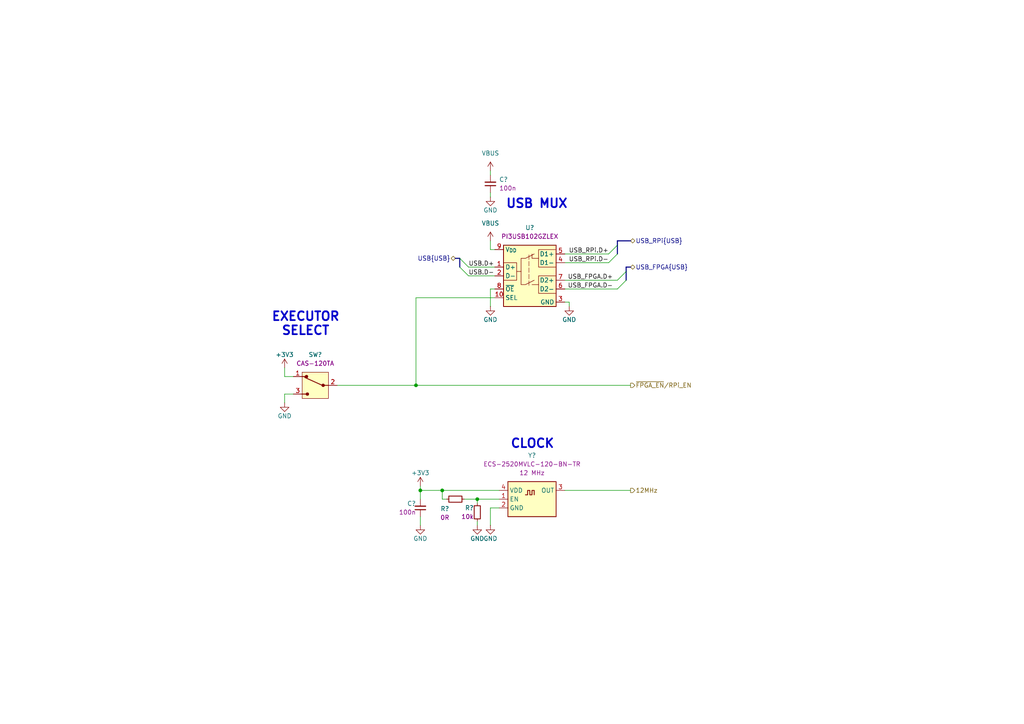
<source format=kicad_sch>
(kicad_sch (version 20231120) (generator "eeschema") (generator_version "8.0")
  (paper "A4")
  (title_block (title "LED Panel Board") (date "28.01.2025") (rev "1.0.0"))
  (lib_symbols
    (symbol "antmicroCapacitors0402:C_100n_0402" (pin_numbers hide) (pin_names hide)
      (property "Reference" "C" (at 20.32 -5.08 0))
      (property "Val" "100n" (at 20.32 -7.62 0))
      (symbol "C_100n_0402_0_1"
        (polyline (pts (xy 2.032 -1.524) (xy 2.032 1.524)) (stroke (width 0.3048)))
        (polyline (pts (xy 3.048 -1.524) (xy 3.048 1.524)) (stroke (width 0.3302)))
      )
      (symbol "C_100n_0402_1_1"
        (pin passive line (at 0 0 0) (length 2.032) (name "~") (number "1"))
        (pin passive line (at 5.08 0 180) (length 2.032) (name "~") (number "2"))
      )
    )
    (symbol "antmicroInterfaceAnalogSwitchesSpecialPurpose:PI3USB102GZLEX"
      (property "Reference" "U" (at 35.56 -5.08 0))
      (property "MPN" "PI3USB102GZLEX" (at 35.56 -15.24 0))
      (symbol "PI3USB102GZLEX_0_1"
        (polyline (pts (xy 12.7 -10.16) (xy 10.795 -10.16)))
        (polyline (pts (xy 12.7 -2.54) (xy 10.795 -2.54) (xy 10.795 -1.27)))
        (polyline (pts (xy 2.54 -3.81) (xy 6.35 -3.81) (xy 6.35 -8.89) (xy 2.54 -8.89)))
        (polyline (pts (xy 7.62 -6.35) (xy 7.62 -10.16) (xy 8.89 -10.16) (xy 11.43 -8.89)))
        (polyline (pts (xy 17.78 -7.62) (xy 12.7 -7.62) (xy 12.7 -12.7) (xy 17.78 -12.7)))
        (polyline (pts (xy 17.78 0) (xy 12.7 0) (xy 12.7 -5.08) (xy 17.78 -5.08)))
        (polyline (pts (xy 6.35 -6.35) (xy 7.62 -6.35) (xy 7.62 -2.54) (xy 8.89 -2.54) (xy 11.43 -1.27)))
      )
      (symbol "PI3USB102GZLEX_1_1"
        (polyline (pts (xy 9.906 -1.524) (xy 9.906 -10.414)) (stroke (width 0.125) (type dash)))
        (rectangle (start 2.54 1.27) (end 17.78 -16.51) (stroke (width 0.254)) (fill (type background)))
        (pin bidirectional line (at 0 -5.08 0) (length 2.54) (name "D+") (number "1"))
        (pin input line (at 0 -13.97 0) (length 2.54) (name "SEL") (number "10"))
        (pin bidirectional line (at 0 -7.62 0) (length 2.54) (name "D-") (number "2"))
        (pin power_in line (at 20.32 -15.24 180) (length 2.54) (name "GND") (number "3"))
        (pin bidirectional line (at 20.32 -3.81 180) (length 2.54) (name "D1-") (number "4"))
        (pin bidirectional line (at 20.32 -1.27 180) (length 2.54) (name "D1+") (number "5"))
        (pin bidirectional line (at 20.32 -11.43 180) (length 2.54) (name "D2-") (number "6"))
        (pin bidirectional line (at 20.32 -8.89 180) (length 2.54) (name "D2+") (number "7"))
        (pin input line (at 0 -11.43 0) (length 2.54) (name "~{OE}") (number "8"))
        (pin power_in line (at 0 0 0) (length 2.54) (name "V_{DD}") (number "9"))
      )
    )
    (symbol "antmicroOscillators:Oscillator_12MHz_ESC_2520MV"
      (property "Reference" "Y" (at 26.035 -2.54 0))
      (property "MPN" "ECS-2520MVLC-120-BN-TR" (at 26.035 -5.08 0))
      (property "Val" "12 MHz" (at 26.035 -10.16 0))
      (symbol "Oscillator_12MHz_ESC_2520MV_1_1"
        (polyline (pts (xy 7.62 -1.27) (xy 8.255 -1.27) (xy 8.255 0) (xy 8.89 0) (xy 8.89 -1.27) (xy 9.525 -1.27) (xy 9.525 0) (xy 10.16 0) (xy 10.16 -1.27)) (stroke (width 0.254)) (fill (type background)))
        (rectangle (start 2.54 2.54) (end 16.51 -7.62) (stroke (width 0.254)) (fill (type background)))
        (pin input line (at 0 -2.54 0) (length 2.54) (name "EN") (number "1"))
        (pin power_in line (at 0 -5.08 0) (length 2.54) (name "GND") (number "2"))
        (pin output line (at 19.05 0 180) (length 2.54) (name "OUT") (number "3"))
        (pin power_in line (at 0 0 0) (length 2.54) (name "VDD") (number "4"))
      )
    )
    (symbol "antmicroResistors0402:R_0R_0402" (pin_numbers hide) (pin_names hide)
      (property "Reference" "R" (at 20.32 -5.08 0))
      (property "Val" "0R" (at 20.32 -7.62 0))
      (symbol "R_0R_0402_0_1"
        (rectangle (start 0.635 0.889) (end 4.445 -0.889) (stroke (width 0.254)))
      )
      (symbol "R_0R_0402_1_1"
        (pin passive line (at 0 0 0) (length 0.635) (name "~") (number "1"))
        (pin passive line (at 5.08 0 180) (length 0.635) (name "~") (number "2"))
      )
    )
    (symbol "antmicroResistors0402:R_10k_0402" (pin_numbers hide) (pin_names hide)
      (property "Reference" "R" (at 20.32 -5.08 0))
      (property "Val" "10k" (at 20.32 -7.62 0))
      (symbol "R_10k_0402_0_1"
        (rectangle (start 0.635 0.889) (end 4.445 -0.889) (stroke (width 0.254)))
      )
      (symbol "R_10k_0402_1_1"
        (pin passive line (at 0 0 0) (length 0.635) (name "~") (number "1"))
        (pin passive line (at 5.08 0 180) (length 0.635) (name "~") (number "2"))
      )
    )
    (symbol "antmicroSlideSwitches:CAS-120TA" (pin_names hide)
      (property "Reference" "SW" (at 25.4 -2.54 0))
      (property "Value" "CAS-120TA" (at 25.4 -5.08 0))
      (symbol "CAS-120TA_1_1"
        (polyline (pts (xy 3.81 0) (xy 2.54 0)) (stroke (width 0.254)))
        (polyline (pts (xy 4.318 0) (xy 9.398 2.286)) (stroke (width 0.254)) (fill (type background)))
        (polyline (pts (xy 10.16 -2.54) (xy 8.89 -2.54)) (stroke (width 0.254)))
        (polyline (pts (xy 10.16 2.54) (xy 8.89 2.54)) (stroke (width 0.254)))
        (rectangle (start 2.54 3.81) (end 10.16 -3.81) (fill (type background)))
        (circle (center 4.064 0) (radius 0.3556) (stroke (width 0.254)) (fill (type outline)))
        (circle (center 8.636 -2.54) (radius 0.3556) (stroke (width 0.254)) (fill (type outline)))
        (circle (center 8.89 2.54) (radius 0.3556) (stroke (width 0.254)) (fill (type outline)))
        (pin passive line (at 12.7 2.54 180) (length 2.54) (name "~") (number "1"))
        (pin passive line (at 0 0 0) (length 2.54) (name "~") (number "2"))
        (pin passive line (at 12.7 -2.54 180) (length 2.54) (name "~") (number "3"))
      )
    )
    (symbol "antmicropower:+3V3" (power) (pin_numbers hide) (pin_names hide)
      (property "Value" "+3V3" (at -3.175 2.54 0))
      (symbol "+3V3_0_1"
        (polyline (pts (xy 0 0) (xy 0 2.54)))
        (polyline (pts (xy 0 2.54) (xy -0.762 1.27)))
        (polyline (pts (xy 0 2.54) (xy 0.762 1.27)))
      )
      (symbol "+3V3_1_1"
        (pin power_in line (at 0 0 90) (length 0) hide (name "+3V3") (number "1"))
      )
    )
    (symbol "antmicropower:GND" (power) (pin_numbers hide) (pin_names hide)
      (property "Value" "GND" (at 8.89 -5.08 0))
      (symbol "GND_1_1"
        (polyline (pts (xy 0 0) (xy 0 -1.27) (xy 1.27 -1.27) (xy 0 -2.54) (xy -1.27 -1.27) (xy 0 -1.27)))
        (pin power_in line (at 0 0 270) (length 0) (name "GND") (number "1"))
      )
    )
    (symbol "antmicropower:VBUS" (power) (pin_names (offset 0))
      (property "Value" "VBUS" (at 0 3.81 0))
      (symbol "VBUS_0_1"
        (polyline (pts (xy -0.762 1.27) (xy 0 2.54)))
        (polyline (pts (xy 0 0) (xy 0 2.54)))
        (polyline (pts (xy 0 2.54) (xy 0.762 1.27)))
      )
      (symbol "VBUS_1_1"
        (pin power_in line (at 0 0 90) (length 0) hide (name "VBUS") (number "1"))
      )
    )
  )
  (junction (at 128.27 142.24))
  (junction (at 138.43 144.78))
  (junction (at 120.65 111.76))
  (junction (at 121.92 142.24))
  (bus_entry (at 179.07 71.12) (size -2.54 2.54))
  (bus_entry (at 179.07 73.66) (size -2.54 2.54))
  (bus_entry (at 133.35 74.93) (size 2.54 2.54))
  (bus_entry (at 133.35 77.47) (size 2.54 2.54))
  (bus_entry (at 181.61 78.74) (size -2.54 2.54))
  (bus_entry (at 181.61 81.28) (size -2.54 2.54))
  (bus (pts (xy 179.07 69.85) (xy 179.07 71.12)))
  (bus (pts (xy 181.61 81.28) (xy 181.61 78.74)))
  (wire (pts (xy 163.83 142.24) (xy 182.88 142.24)))
  (wire (pts (xy 82.55 114.3) (xy 82.55 116.84)))
  (wire (pts (xy 142.24 69.85) (xy 142.24 72.39)))
  (wire (pts (xy 163.83 87.63) (xy 165.1 87.63)))
  (wire (pts (xy 135.89 80.01) (xy 143.51 80.01)))
  (bus (pts (xy 133.35 74.93) (xy 132.08 74.93)))
  (wire (pts (xy 144.78 142.24) (xy 128.27 142.24)))
  (wire (pts (xy 128.27 144.78) (xy 129.54 144.78)))
  (wire (pts (xy 163.83 81.28) (xy 179.07 81.28)))
  (wire (pts (xy 120.65 86.36) (xy 120.65 111.76)))
  (wire (pts (xy 138.43 144.78) (xy 138.43 146.05)))
  (bus (pts (xy 179.07 69.85) (xy 182.88 69.85)))
  (wire (pts (xy 121.92 142.24) (xy 121.92 144.78)))
  (wire (pts (xy 163.83 76.2) (xy 176.53 76.2)))
  (wire (pts (xy 128.27 142.24) (xy 121.92 142.24)))
  (wire (pts (xy 85.09 114.3) (xy 82.55 114.3)))
  (bus (pts (xy 181.61 77.47) (xy 181.61 78.74)))
  (bus (pts (xy 179.07 73.66) (xy 179.07 71.12)))
  (wire (pts (xy 163.83 83.82) (xy 179.07 83.82)))
  (wire (pts (xy 144.78 147.32) (xy 142.24 147.32)))
  (wire (pts (xy 120.65 86.36) (xy 143.51 86.36)))
  (wire (pts (xy 144.78 144.78) (xy 138.43 144.78)))
  (wire (pts (xy 121.92 140.97) (xy 121.92 142.24)))
  (wire (pts (xy 163.83 73.66) (xy 176.53 73.66)))
  (wire (pts (xy 85.09 109.22) (xy 82.55 109.22)))
  (wire (pts (xy 165.1 87.63) (xy 165.1 88.9)))
  (wire (pts (xy 138.43 144.78) (xy 134.62 144.78)))
  (wire (pts (xy 142.24 147.32) (xy 142.24 152.4)))
  (wire (pts (xy 142.24 72.39) (xy 143.51 72.39)))
  (wire (pts (xy 142.24 55.88) (xy 142.24 57.15)))
  (wire (pts (xy 82.55 109.22) (xy 82.55 106.68)))
  (wire (pts (xy 143.51 77.47) (xy 135.89 77.47)))
  (wire (pts (xy 142.24 49.53) (xy 142.24 50.8)))
  (wire (pts (xy 128.27 142.24) (xy 128.27 144.78)))
  (bus (pts (xy 182.88 77.47) (xy 181.61 77.47)))
  (wire (pts (xy 120.65 111.76) (xy 182.88 111.76)))
  (wire (pts (xy 142.24 83.82) (xy 142.24 88.9)))
  (wire (pts (xy 142.24 83.82) (xy 143.51 83.82)))
  (wire (pts (xy 97.79 111.76) (xy 120.65 111.76)))
  (bus (pts (xy 133.35 74.93) (xy 133.35 77.47)))
  (wire (pts (xy 121.92 152.4) (xy 121.92 149.86)))
  (wire (pts (xy 138.43 151.13) (xy 138.43 152.4)))
  (text "CLOCK" (at 154.432 128.778 0) (effects (font (size 2.54 2.54) (thickness 0.508) (bold yes))))
  (text "USB MUX" (at 155.702 59.182 0) (effects (font (size 2.54 2.54) (thickness 0.508) (bold yes))))
  (text "EXECUTOR\nSELECT" (at 88.646 93.98 0) (effects (font (size 2.54 2.54) (thickness 0.508) (bold yes))))
  (label "USB_FPGA.D+" (at 177.8 81.28 180))
  (label "USB.D+" (at 135.89 77.47 0))
  (label "USB_RPi.D-" (at 176.53 76.2 180))
  (label "USB.D-" (at 135.89 80.01 0))
  (label "USB_FPGA.D-" (at 177.8 83.82 180))
  (label "USB_RPi.D+" (at 176.53 73.66 180))
  (hierarchical_label "~{FPGA_EN}{slash}RPi_EN" (shape output) (at 182.88 111.76 0))
  (hierarchical_label "USB_RPi{USB}" (shape bidirectional) (at 182.88 69.85 0))
  (hierarchical_label "USB_FPGA{USB}" (shape bidirectional) (at 182.88 77.47 0))
  (hierarchical_label "USB{USB}" (shape bidirectional) (at 132.08 74.93 180))
  (hierarchical_label "12MHz" (shape output) (at 182.88 142.24 0))
  (symbol (lib_id "antmicroCapacitors0402:C_100n_0402") (at 142.24 55.88 90) (unit 1)
    (property "Reference" "C?" (at 144.78 52.0636 90) (effects (justify right)))
    (property "Value" "C_100n_0402" (effects (hide yes)))
    (property "Footprint" "antmicro-footprints:C_0402_1005Metric" (effects (hide yes)))
    (property "Datasheet" "https://www.murata.com/products/productdetail?partno=GRM155R61H104KE14%23" (effects (hide yes)))
    (property "Description" "SMD Multilayer Ceramic Capacitor, 0.1 µF, 50 V, 0402 [1005 Metric], ± 10%, X5R, GRM Series" (effects (hide yes)))
    (property "MPN" "GRM155R61H104KE14D" (effects (hide yes)))
    (property "Manufacturer" "Murata" (effects (hide yes)))
    (property "License" "Apache-2.0" (effects (hide yes)))
    (property "Author" "Antmicro" (effects (hide yes)))
    (property "Val" "100n" (at 144.78 54.6036 90) (effects (justify right)))
    (property "Voltage" "50V" (effects (hide yes)))
    (property "Dielectric" "X5R" (effects (hide yes)))
  )
  (symbol (lib_id "antmicropower:GND") (at 142.24 88.9 0) (mirror y) (unit 1)
    (property "Reference" "#PWR095" (effects (hide yes)))
    (property "Value" "GND" (at 142.24 92.71 0))
    (property "Author" "Antmicro" (effects (hide yes)))
    (property "License" "Apache-2.0" (effects (hide yes)))
  )
  (symbol (lib_id "antmicropower:GND") (at 142.24 152.4 0) (mirror y) (unit 1)
    (property "Reference" "#PWR026" (effects (hide yes)))
    (property "Value" "GND" (at 142.24 156.21 0))
    (property "Author" "Antmicro" (effects (hide yes)))
    (property "License" "Apache-2.0" (effects (hide yes)))
  )
  (symbol (lib_id "antmicroSlideSwitches:CAS-120TA") (at 97.79 111.76 0) (mirror y) (unit 1)
    (property "Reference" "SW?" (at 91.44 102.87 0))
    (property "Value" "CAS-120TA" (effects (hide yes)))
    (property "Footprint" "antmicro-footprints:Switch_Slide_CAS-120TA" (effects (hide yes)))
    (property "Datasheet" "https://www.nidec-components.com/e/catalog/switch/cas.pdf" (effects (hide yes)))
    (property "Description" "Slide switch" (effects (hide yes)))
    (property "MPN" "CAS-120TA" (at 91.44 105.41 0))
    (property "Manufacturer" "Nidec Components" (effects (hide yes)))
    (property "Author" "Antmicro" (effects (hide yes)))
    (property "License" "Apache-2.0" (effects (hide yes)))
  )
  (symbol (lib_id "antmicropower:+3V3") (at 121.92 140.97 0) (unit 1)
    (property "Reference" "#PWR015" (effects (hide yes)))
    (property "Value" "+3V3" (at 121.92 137.16 0))
    (property "Author" "Antmicro" (effects (hide yes)))
    (property "License" "Apache-2.0" (effects (hide yes)))
  )
  (symbol (lib_id "antmicroOscillators:Oscillator_12MHz_ESC_2520MV") (at 144.78 142.24 0) (unit 1)
    (property "Reference" "Y?" (at 154.305 132.08 0))
    (property "Value" "Oscillator_12MHz_ESC_2520MV" (effects (hide yes)))
    (property "Footprint" "antmicro-footprints:Oscillator_SMD_ECS_2520MV_2.5x2mm" (effects (hide yes)))
    (property "Datasheet" "https://ecsxtal.com/store/pdf/ECS-2520MV.pdf" (effects (hide yes)))
    (property "Description" "Oscillator, 12 MHz, CMOS, 50 ppm, SMD, 2.5mm x 2mm, 3.6 V, MultiVolt ECS-2520MVLC Series" (effects (hide yes)))
    (property "MPN" "ECS-2520MVLC-120-BN-TR" (at 154.305 134.62 0))
    (property "Manufacturer" "ECS Inc. International" (effects (hide yes)))
    (property "Val" "12 MHz" (at 154.305 137.16 0))
    (property "Author" "Antmicro" (effects (hide yes)))
    (property "License" "Apache-2.0" (effects (hide yes)))
  )
  (symbol (lib_id "antmicropower:GND") (at 142.24 57.15 0) (unit 1)
    (property "Reference" "#PWR093" (effects (hide yes)))
    (property "Value" "GND" (at 142.24 60.96 0))
    (property "Author" "Antmicro" (effects (hide yes)))
    (property "License" "Apache-2.0" (effects (hide yes)))
  )
  (symbol (lib_id "antmicropower:VBUS") (at 142.24 69.85 0) (unit 1)
    (property "Reference" "#PWR094" (effects (hide yes)))
    (property "Value" "VBUS" (at 142.24 64.77 0))
  )
  (symbol (lib_id "antmicropower:GND") (at 138.43 152.4 0) (mirror y) (unit 1)
    (property "Reference" "#PWR020" (effects (hide yes)))
    (property "Value" "GND" (at 138.43 156.21 0))
    (property "Author" "Antmicro" (effects (hide yes)))
    (property "License" "Apache-2.0" (effects (hide yes)))
  )
  (symbol (lib_id "antmicroInterfaceAnalogSwitchesSpecialPurpose:PI3USB102GZLEX") (at 143.51 72.39 0) (unit 1)
    (property "Reference" "U?" (at 153.67 66.04 0))
    (property "Value" "PI3USB102GZLEX" (effects (hide yes)))
    (property "Footprint" "antmicro-footprints:UQFN-10_1.4x1.8x0.5mm_P0.4mm" (effects (hide yes)))
    (property "Datasheet" "https://www.diodes.com/assets/Datasheets/PI3USB102G.pdf" (effects (hide yes)))
    (property "Description" "USB Switch IC 1 Channel 10-TQFN (1.3x1.6)" (effects (hide yes)))
    (property "MPN" "PI3USB102GZLEX" (at 153.67 68.58 0))
    (property "Manufacturer" "Diodes Incorporated" (effects (hide yes)))
    (property "Author" "Antmicro" (effects (hide yes)))
    (property "License" "Apache-2.0" (effects (hide yes)))
  )
  (symbol (lib_id "antmicropower:GND") (at 121.92 152.4 0) (mirror y) (unit 1)
    (property "Reference" "#PWR019" (effects (hide yes)))
    (property "Value" "GND" (at 121.92 156.21 0))
    (property "Author" "Antmicro" (effects (hide yes)))
    (property "License" "Apache-2.0" (effects (hide yes)))
  )
  (symbol (lib_id "antmicroResistors0402:R_10k_0402") (at 138.43 151.13 270) (mirror x) (unit 1)
    (property "Reference" "R?" (at 137.414 147.32 90) (effects (justify right)))
    (property "Value" "R_10k_0402" (effects (hide yes)))
    (property "Footprint" "antmicro-footprints:R_0402_1005Metric" (effects (hide yes)))
    (property "Datasheet" "https://www.bourns.com/docs/product-datasheets/cr.pdf" (effects (hide yes)))
    (property "Description" "SMD Chip Resistor, 10 kohm, ± 1%, 62.5 mW, 0402 [1005 Metric], Thick Film, General Purpose" (effects (hide yes)))
    (property "MPN" "CR0402-FX-1002GLF" (effects (hide yes)))
    (property "Manufacturer" "Bourns" (effects (hide yes)))
    (property "License" "Apache-2.0" (effects (hide yes)))
    (property "Author" "Antmicro" (effects (hide yes)))
    (property "Val" "10k" (at 137.414 149.86 90) (effects (justify right)))
    (property "Tolerance" "1%" (effects (hide yes)))
  )
  (symbol (lib_id "antmicropower:GND") (at 82.55 116.84 0) (mirror y) (unit 1)
    (property "Reference" "#PWR091" (effects (hide yes)))
    (property "Value" "GND" (at 82.55 120.65 0))
    (property "Author" "Antmicro" (effects (hide yes)))
    (property "License" "Apache-2.0" (effects (hide yes)))
  )
  (symbol (lib_id "antmicropower:GND") (at 165.1 88.9 0) (mirror y) (unit 1)
    (property "Reference" "#PWR096" (effects (hide yes)))
    (property "Value" "GND" (at 165.1 92.71 0))
    (property "Author" "Antmicro" (effects (hide yes)))
    (property "License" "Apache-2.0" (effects (hide yes)))
  )
  (symbol (lib_id "antmicroResistors0402:R_0R_0402") (at 134.62 144.78 0) (mirror y) (unit 1)
    (property "Reference" "R?" (at 129.032 147.574 0))
    (property "Value" "R_0R_0402" (effects (hide yes)))
    (property "Footprint" "antmicro-footprints:R_0402_1005Metric" (effects (hide yes)))
    (property "Datasheet" "https://industrial.panasonic.com/cdbs/www-data/pdf/RDA0000/AOA0000C301.pdf" (effects (hide yes)))
    (property "Description" "SMD Chip Resistor, Jumper, 0 ohm, 100 mW, 0402 [1005 Metric], Thick Film, General Purpose" (effects (hide yes)))
    (property "MPN" "ERJ2GE0R00X" (effects (hide yes)))
    (property "Manufacturer" "Panasonic" (effects (hide yes)))
    (property "License" "Apache-2.0" (effects (hide yes)))
    (property "Author" "Antmicro" (effects (hide yes)))
    (property "Val" "0R" (at 129.032 150.114 0))
    (property "Current" "1A" (effects (hide yes)))
  )
  (symbol (lib_id "antmicropower:VBUS") (at 142.24 49.53 0) (unit 1)
    (property "Reference" "#PWR092" (effects (hide yes)))
    (property "Value" "VBUS" (at 142.24 44.45 0))
  )
  (symbol (lib_id "antmicroCapacitors0402:C_100n_0402") (at 121.92 149.86 270) (mirror x) (unit 1)
    (property "Reference" "C?" (at 120.65 146.05 90) (effects (justify right)))
    (property "Value" "C_100n_0402" (effects (hide yes)))
    (property "Footprint" "antmicro-footprints:C_0402_1005Metric" (effects (hide yes)))
    (property "Datasheet" "https://www.murata.com/products/productdetail?partno=GRM155R61H104KE14%23" (effects (hide yes)))
    (property "Description" "SMD Multilayer Ceramic Capacitor, 0.1 µF, 50 V, 0402 [1005 Metric], ± 10%, X5R, GRM Series" (effects (hide yes)))
    (property "MPN" "GRM155R61H104KE14D" (effects (hide yes)))
    (property "Manufacturer" "Murata" (effects (hide yes)))
    (property "License" "Apache-2.0" (effects (hide yes)))
    (property "Author" "Antmicro" (effects (hide yes)))
    (property "Val" "100n" (at 120.65 148.59 90) (effects (justify right)))
    (property "Voltage" "50V" (effects (hide yes)))
    (property "Dielectric" "X5R" (effects (hide yes)))
  )
  (symbol (lib_id "antmicropower:+3V3") (at 82.55 106.68 0) (unit 1)
    (property "Reference" "#PWR089" (effects (hide yes)))
    (property "Value" "+3V3" (at 82.55 102.87 0))
    (property "Author" "Antmicro" (effects (hide yes)))
    (property "License" "Apache-2.0" (effects (hide yes)))
  )
)
</source>
